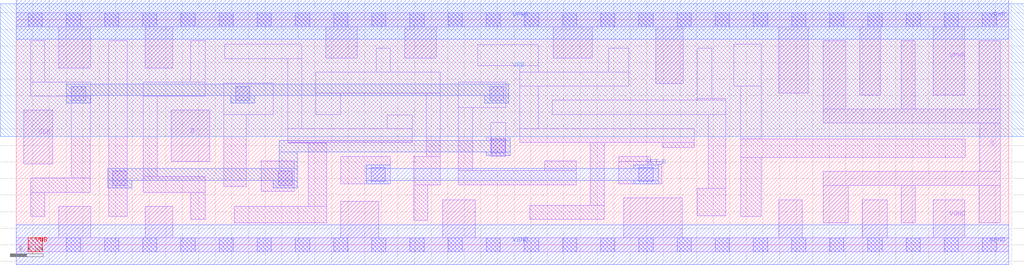
<source format=lef>
# Copyright 2020 The SkyWater PDK Authors
#
# Licensed under the Apache License, Version 2.0 (the "License");
# you may not use this file except in compliance with the License.
# You may obtain a copy of the License at
#
#     https://www.apache.org/licenses/LICENSE-2.0
#
# Unless required by applicable law or agreed to in writing, software
# distributed under the License is distributed on an "AS IS" BASIS,
# WITHOUT WARRANTIES OR CONDITIONS OF ANY KIND, either express or implied.
# See the License for the specific language governing permissions and
# limitations under the License.
#
# SPDX-License-Identifier: Apache-2.0

VERSION 5.7 ;
  NOWIREEXTENSIONATPIN ON ;
  DIVIDERCHAR "/" ;
  BUSBITCHARS "[]" ;
PROPERTYDEFINITIONS
  MACRO maskLayoutSubType STRING ;
  MACRO prCellType STRING ;
  MACRO originalViewName STRING ;
END PROPERTYDEFINITIONS
MACRO sky130_fd_sc_hdll__dfstp_4
  CLASS CORE ;
  FOREIGN sky130_fd_sc_hdll__dfstp_4 ;
  ORIGIN  0.000000  0.000000 ;
  SIZE  11.96000 BY  2.720000 ;
  SYMMETRY X Y R90 ;
  SITE unithd ;
  PIN CLK
    ANTENNAGATEAREA  0.178200 ;
    DIRECTION INPUT ;
    USE SIGNAL ;
    PORT
      LAYER li1 ;
        RECT 0.090000 0.975000 0.440000 1.625000 ;
    END
  END CLK
  PIN D
    ANTENNAGATEAREA  0.247200 ;
    DIRECTION INPUT ;
    USE SIGNAL ;
    PORT
      LAYER li1 ;
        RECT 1.870000 1.005000 2.330000 1.625000 ;
    END
  END D
  PIN Q
    ANTENNADIFFAREA  1.435000 ;
    DIRECTION OUTPUT ;
    USE SIGNAL ;
    PORT
      LAYER li1 ;
        RECT  9.725000 0.265000 10.025000 0.715000 ;
        RECT  9.725000 0.715000 11.860000 0.885000 ;
        RECT  9.725000 1.470000 11.860000 1.640000 ;
        RECT  9.725000 1.640000  9.995000 2.465000 ;
        RECT 10.665000 0.265000 10.835000 0.715000 ;
        RECT 10.665000 1.640000 10.835000 2.465000 ;
        RECT 11.605000 0.265000 11.860000 0.715000 ;
        RECT 11.605000 1.640000 11.860000 2.465000 ;
        RECT 11.610000 0.885000 11.860000 1.470000 ;
    END
  END Q
  PIN SET_B
    ANTENNAGATEAREA  0.277200 ;
    DIRECTION INPUT ;
    USE SIGNAL ;
    PORT
      LAYER met1 ;
        RECT 4.220000 0.735000 4.510000 0.780000 ;
        RECT 4.220000 0.780000 7.735000 0.920000 ;
        RECT 4.220000 0.920000 4.510000 0.965000 ;
        RECT 7.445000 0.735000 7.735000 0.780000 ;
        RECT 7.445000 0.920000 7.735000 0.965000 ;
    END
  END SET_B
  PIN VGND
    ANTENNADIFFAREA  1.599300 ;
    DIRECTION INOUT ;
    USE SIGNAL ;
    PORT
      LAYER li1 ;
        RECT  0.000000 -0.085000 11.960000 0.085000 ;
        RECT  0.515000  0.085000  0.895000 0.465000 ;
        RECT  1.555000  0.085000  1.885000 0.465000 ;
        RECT  3.910000  0.085000  4.370000 0.525000 ;
        RECT  5.140000  0.085000  5.530000 0.545000 ;
        RECT  7.320000  0.085000  8.030000 0.565000 ;
        RECT  9.190000  0.085000  9.475000 0.545000 ;
        RECT 10.195000  0.085000 10.495000 0.545000 ;
        RECT 11.055000  0.085000 11.435000 0.545000 ;
      LAYER mcon ;
        RECT  0.145000 -0.085000  0.315000 0.085000 ;
        RECT  0.605000 -0.085000  0.775000 0.085000 ;
        RECT  1.065000 -0.085000  1.235000 0.085000 ;
        RECT  1.525000 -0.085000  1.695000 0.085000 ;
        RECT  1.985000 -0.085000  2.155000 0.085000 ;
        RECT  2.445000 -0.085000  2.615000 0.085000 ;
        RECT  2.905000 -0.085000  3.075000 0.085000 ;
        RECT  3.365000 -0.085000  3.535000 0.085000 ;
        RECT  3.825000 -0.085000  3.995000 0.085000 ;
        RECT  4.285000 -0.085000  4.455000 0.085000 ;
        RECT  4.745000 -0.085000  4.915000 0.085000 ;
        RECT  5.205000 -0.085000  5.375000 0.085000 ;
        RECT  5.665000 -0.085000  5.835000 0.085000 ;
        RECT  6.125000 -0.085000  6.295000 0.085000 ;
        RECT  6.585000 -0.085000  6.755000 0.085000 ;
        RECT  7.045000 -0.085000  7.215000 0.085000 ;
        RECT  7.505000 -0.085000  7.675000 0.085000 ;
        RECT  7.965000 -0.085000  8.135000 0.085000 ;
        RECT  8.425000 -0.085000  8.595000 0.085000 ;
        RECT  8.885000 -0.085000  9.055000 0.085000 ;
        RECT  9.345000 -0.085000  9.515000 0.085000 ;
        RECT  9.805000 -0.085000  9.975000 0.085000 ;
        RECT 10.265000 -0.085000 10.435000 0.085000 ;
        RECT 10.725000 -0.085000 10.895000 0.085000 ;
        RECT 11.185000 -0.085000 11.355000 0.085000 ;
        RECT 11.645000 -0.085000 11.815000 0.085000 ;
    END
    PORT
      LAYER met1 ;
        RECT 0.000000 -0.240000 11.960000 0.240000 ;
    END
  END VGND
  PIN VPWR
    ANTENNADIFFAREA  1.968300 ;
    DIRECTION INOUT ;
    USE SIGNAL ;
    PORT
      LAYER li1 ;
        RECT  0.000000 2.635000 11.960000 2.805000 ;
        RECT  0.515000 2.135000  0.895000 2.635000 ;
        RECT  1.555000 2.135000  1.885000 2.635000 ;
        RECT  3.730000 2.255000  4.110000 2.635000 ;
        RECT  4.680000 2.255000  5.060000 2.635000 ;
        RECT  6.470000 2.255000  6.940000 2.635000 ;
        RECT  7.710000 1.945000  8.040000 2.635000 ;
        RECT  9.190000 1.835000  9.545000 2.635000 ;
        RECT 10.165000 1.810000 10.420000 2.635000 ;
        RECT 11.055000 1.810000 11.435000 2.635000 ;
      LAYER mcon ;
        RECT  0.145000 2.635000  0.315000 2.805000 ;
        RECT  0.605000 2.635000  0.775000 2.805000 ;
        RECT  1.065000 2.635000  1.235000 2.805000 ;
        RECT  1.525000 2.635000  1.695000 2.805000 ;
        RECT  1.985000 2.635000  2.155000 2.805000 ;
        RECT  2.445000 2.635000  2.615000 2.805000 ;
        RECT  2.905000 2.635000  3.075000 2.805000 ;
        RECT  3.365000 2.635000  3.535000 2.805000 ;
        RECT  3.825000 2.635000  3.995000 2.805000 ;
        RECT  4.285000 2.635000  4.455000 2.805000 ;
        RECT  4.745000 2.635000  4.915000 2.805000 ;
        RECT  5.205000 2.635000  5.375000 2.805000 ;
        RECT  5.665000 2.635000  5.835000 2.805000 ;
        RECT  6.125000 2.635000  6.295000 2.805000 ;
        RECT  6.585000 2.635000  6.755000 2.805000 ;
        RECT  7.045000 2.635000  7.215000 2.805000 ;
        RECT  7.505000 2.635000  7.675000 2.805000 ;
        RECT  7.965000 2.635000  8.135000 2.805000 ;
        RECT  8.425000 2.635000  8.595000 2.805000 ;
        RECT  8.885000 2.635000  9.055000 2.805000 ;
        RECT  9.345000 2.635000  9.515000 2.805000 ;
        RECT  9.805000 2.635000  9.975000 2.805000 ;
        RECT 10.265000 2.635000 10.435000 2.805000 ;
        RECT 10.725000 2.635000 10.895000 2.805000 ;
        RECT 11.185000 2.635000 11.355000 2.805000 ;
        RECT 11.645000 2.635000 11.815000 2.805000 ;
    END
    PORT
      LAYER met1 ;
        RECT 0.000000 2.480000 11.960000 2.960000 ;
    END
  END VPWR
  PIN VNB
    DIRECTION INOUT ;
    USE GROUND ;
    PORT
      LAYER pwell ;
        RECT 0.145000 -0.085000 0.315000 0.085000 ;
    END
  END VNB
  PIN VPB
    DIRECTION INOUT ;
    USE POWER ;
    PORT
      LAYER nwell ;
        RECT -0.190000 1.305000 12.150000 2.910000 ;
    END
  END VPB
  OBS
    LAYER li1 ;
      RECT 0.175000 0.345000  0.345000 0.635000 ;
      RECT 0.175000 0.635000  0.890000 0.805000 ;
      RECT 0.175000 1.795000  0.890000 1.965000 ;
      RECT 0.175000 1.965000  0.345000 2.465000 ;
      RECT 0.660000 0.805000  0.890000 1.795000 ;
      RECT 1.115000 0.345000  1.340000 2.465000 ;
      RECT 1.530000 0.635000  2.275000 0.825000 ;
      RECT 1.530000 0.825000  1.700000 1.795000 ;
      RECT 1.530000 1.795000  2.275000 1.965000 ;
      RECT 2.105000 0.305000  2.275000 0.635000 ;
      RECT 2.105000 1.965000  2.275000 2.465000 ;
      RECT 2.500000 0.705000  2.770000 1.575000 ;
      RECT 2.500000 1.575000  3.100000 1.955000 ;
      RECT 2.510000 2.250000  3.440000 2.420000 ;
      RECT 2.625000 0.265000  3.740000 0.465000 ;
      RECT 2.950000 0.645000  3.350000 1.015000 ;
      RECT 3.270000 1.230000  3.740000 1.235000 ;
      RECT 3.270000 1.235000  4.770000 1.405000 ;
      RECT 3.270000 1.405000  3.440000 2.250000 ;
      RECT 3.520000 0.465000  3.740000 1.230000 ;
      RECT 3.610000 1.575000  3.910000 1.835000 ;
      RECT 3.610000 1.835000  5.110000 2.085000 ;
      RECT 3.910000 0.735000  4.510000 1.065000 ;
      RECT 4.340000 2.085000  4.510000 2.375000 ;
      RECT 4.470000 1.405000  4.770000 1.565000 ;
      RECT 4.790000 0.295000  4.960000 0.725000 ;
      RECT 4.790000 0.725000  5.110000 1.065000 ;
      RECT 4.940000 1.065000  5.110000 1.835000 ;
      RECT 5.330000 0.725000  6.750000 0.895000 ;
      RECT 5.330000 0.895000  5.500000 1.655000 ;
      RECT 5.330000 1.655000  5.900000 1.965000 ;
      RECT 5.560000 2.165000  6.290000 2.415000 ;
      RECT 5.720000 1.065000  5.900000 1.475000 ;
      RECT 6.070000 1.235000  8.170000 1.405000 ;
      RECT 6.070000 1.405000  6.290000 1.915000 ;
      RECT 6.070000 1.915000  7.380000 2.085000 ;
      RECT 6.070000 2.085000  6.290000 2.165000 ;
      RECT 6.190000 0.305000  7.090000 0.475000 ;
      RECT 6.370000 0.895000  6.750000 1.015000 ;
      RECT 6.460000 1.575000  8.550000 1.745000 ;
      RECT 6.920000 0.475000  7.090000 1.235000 ;
      RECT 7.140000 2.085000  7.380000 2.375000 ;
      RECT 7.260000 0.735000  7.780000 1.005000 ;
      RECT 7.260000 1.005000  7.640000 1.065000 ;
      RECT 7.790000 1.175000  8.170000 1.235000 ;
      RECT 8.210000 0.350000  8.550000 0.680000 ;
      RECT 8.210000 1.745000  8.550000 1.765000 ;
      RECT 8.210000 1.765000  8.380000 2.375000 ;
      RECT 8.340000 0.680000  8.550000 1.575000 ;
      RECT 8.650000 1.915000  8.980000 2.425000 ;
      RECT 8.730000 0.345000  8.980000 1.055000 ;
      RECT 8.730000 1.055000 11.440000 1.275000 ;
      RECT 8.730000 1.275000  8.980000 1.915000 ;
    LAYER mcon ;
      RECT 0.665000 1.740000 0.835000 1.910000 ;
      RECT 1.165000 0.720000 1.335000 0.890000 ;
      RECT 2.645000 1.740000 2.815000 1.910000 ;
      RECT 3.155000 0.720000 3.325000 0.890000 ;
      RECT 4.280000 0.765000 4.450000 0.935000 ;
      RECT 5.705000 1.740000 5.875000 1.910000 ;
      RECT 5.725000 1.110000 5.895000 1.280000 ;
      RECT 7.505000 0.765000 7.675000 0.935000 ;
    LAYER met1 ;
      RECT 0.605000 1.710000 0.895000 1.800000 ;
      RECT 0.605000 1.800000 5.935000 1.940000 ;
      RECT 1.105000 0.690000 1.395000 0.780000 ;
      RECT 1.105000 0.780000 3.385000 0.920000 ;
      RECT 2.585000 1.710000 2.875000 1.800000 ;
      RECT 3.095000 0.690000 3.385000 0.780000 ;
      RECT 3.170000 0.920000 3.385000 1.120000 ;
      RECT 3.170000 1.120000 5.955000 1.260000 ;
      RECT 5.645000 1.710000 5.935000 1.800000 ;
      RECT 5.665000 1.080000 5.955000 1.120000 ;
      RECT 5.665000 1.260000 5.955000 1.310000 ;
  END
  PROPERTY maskLayoutSubType "abstract" ;
  PROPERTY prCellType "standard" ;
  PROPERTY originalViewName "layout" ;
END sky130_fd_sc_hdll__dfstp_4
END LIBRARY

</source>
